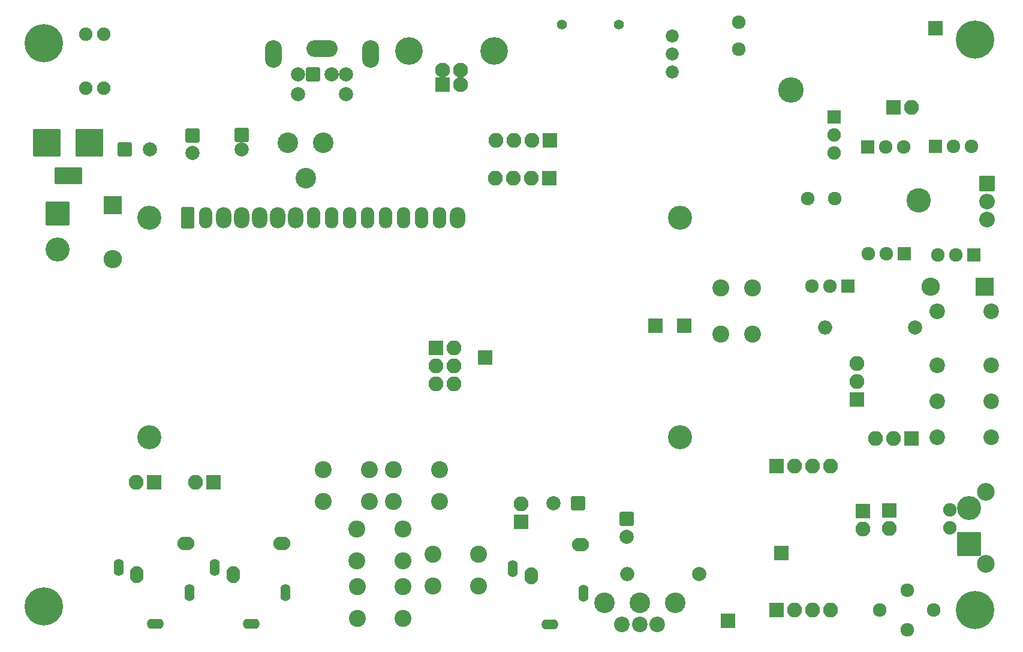
<source format=gbr>
%TF.GenerationSoftware,KiCad,Pcbnew,(6.0.11)*%
%TF.CreationDate,2023-06-15T21:51:14-05:00*%
%TF.ProjectId,LittleDX,4c697474-6c65-4445-982e-6b696361645f,rev?*%
%TF.SameCoordinates,Original*%
%TF.FileFunction,Soldermask,Bot*%
%TF.FilePolarity,Negative*%
%FSLAX46Y46*%
G04 Gerber Fmt 4.6, Leading zero omitted, Abs format (unit mm)*
G04 Created by KiCad (PCBNEW (6.0.11)) date 2023-06-15 21:51:14*
%MOMM*%
%LPD*%
G01*
G04 APERTURE LIST*
G04 Aperture macros list*
%AMRoundRect*
0 Rectangle with rounded corners*
0 $1 Rounding radius*
0 $2 $3 $4 $5 $6 $7 $8 $9 X,Y pos of 4 corners*
0 Add a 4 corners polygon primitive as box body*
4,1,4,$2,$3,$4,$5,$6,$7,$8,$9,$2,$3,0*
0 Add four circle primitives for the rounded corners*
1,1,$1+$1,$2,$3*
1,1,$1+$1,$4,$5*
1,1,$1+$1,$6,$7*
1,1,$1+$1,$8,$9*
0 Add four rect primitives between the rounded corners*
20,1,$1+$1,$2,$3,$4,$5,0*
20,1,$1+$1,$4,$5,$6,$7,0*
20,1,$1+$1,$6,$7,$8,$9,0*
20,1,$1+$1,$8,$9,$2,$3,0*%
G04 Aperture macros list end*
%ADD10RoundRect,0.200000X-0.800000X0.800000X-0.800000X-0.800000X0.800000X-0.800000X0.800000X0.800000X0*%
%ADD11C,2.000000*%
%ADD12RoundRect,0.200000X-1.100000X1.100000X-1.100000X-1.100000X1.100000X-1.100000X1.100000X1.100000X0*%
%ADD13O,2.600000X2.600000*%
%ADD14RoundRect,0.200000X-1.500000X1.500000X-1.500000X-1.500000X1.500000X-1.500000X1.500000X1.500000X0*%
%ADD15C,3.400000*%
%ADD16RoundRect,0.200000X-1.750000X-1.750000X1.750000X-1.750000X1.750000X1.750000X-1.750000X1.750000X0*%
%ADD17RoundRect,0.200000X-1.750000X-1.000000X1.750000X-1.000000X1.750000X1.000000X-1.750000X1.000000X0*%
%ADD18RoundRect,0.200000X-0.850000X-0.850000X0.850000X-0.850000X0.850000X0.850000X-0.850000X0.850000X0*%
%ADD19O,2.100000X2.100000*%
%ADD20RoundRect,0.200000X0.760000X-0.760000X0.760000X0.760000X-0.760000X0.760000X-0.760000X-0.760000X0*%
%ADD21C,1.920000*%
%ADD22C,2.400000*%
%ADD23RoundRect,0.200000X-0.760000X0.760000X-0.760000X-0.760000X0.760000X-0.760000X0.760000X0.760000X0*%
%ADD24C,2.900000*%
%ADD25RoundRect,0.200000X0.850000X0.850000X-0.850000X0.850000X-0.850000X-0.850000X0.850000X-0.850000X0*%
%ADD26C,2.500000*%
%ADD27C,1.900000*%
%ADD28RoundRect,0.200000X1.500000X-1.500000X1.500000X1.500000X-1.500000X1.500000X-1.500000X-1.500000X0*%
%ADD29C,2.200000*%
%ADD30RoundRect,0.200000X-0.750000X0.750000X-0.750000X-0.750000X0.750000X-0.750000X0.750000X0.750000X0*%
%ADD31RoundRect,0.200000X0.850000X-0.850000X0.850000X0.850000X-0.850000X0.850000X-0.850000X-0.850000X0*%
%ADD32C,1.924000*%
%ADD33RoundRect,0.200000X-0.850000X0.850000X-0.850000X-0.850000X0.850000X-0.850000X0.850000X0.850000X0*%
%ADD34RoundRect,0.200000X0.800000X0.800000X-0.800000X0.800000X-0.800000X-0.800000X0.800000X-0.800000X0*%
%ADD35O,2.400000X3.900000*%
%ADD36O,4.400000X2.400000*%
%ADD37C,3.448000*%
%ADD38C,1.840000*%
%ADD39C,5.400000*%
%ADD40RoundRect,0.200000X1.100000X1.100000X-1.100000X1.100000X-1.100000X-1.100000X1.100000X-1.100000X0*%
%ADD41O,2.000000X2.000000*%
%ADD42RoundRect,0.200000X-0.800000X-0.800000X0.800000X-0.800000X0.800000X0.800000X-0.800000X0.800000X0*%
%ADD43RoundRect,0.200000X-0.900000X0.900000X-0.900000X-0.900000X0.900000X-0.900000X0.900000X0.900000X0*%
%ADD44O,2.200000X2.200000*%
%ADD45O,2.400000X1.400000*%
%ADD46O,1.400000X2.400000*%
%ADD47O,1.900000X2.400000*%
%ADD48O,2.400000X1.900000*%
%ADD49RoundRect,0.200000X-0.750000X-1.300000X0.750000X-1.300000X0.750000X1.300000X-0.750000X1.300000X0*%
%ADD50O,1.900000X3.000000*%
%ADD51O,2.200000X3.000000*%
%ADD52C,3.600000*%
%ADD53C,2.100000*%
%ADD54C,3.900000*%
%ADD55C,1.400000*%
G04 APERTURE END LIST*
D10*
%TO.C,C6*%
X75000000Y-74000000D03*
D11*
X75000000Y-76500000D03*
%TD*%
D10*
%TO.C,C19*%
X136350000Y-128150000D03*
D11*
X136350000Y-130650000D03*
%TD*%
D10*
%TO.C,C22*%
X82000000Y-73968208D03*
D11*
X82000000Y-75968208D03*
%TD*%
D12*
%TO.C,D1*%
X63750000Y-83880000D03*
D13*
X63750000Y-91500000D03*
%TD*%
D14*
%TO.C,J1*%
X56000000Y-85000000D03*
D15*
X56000000Y-90080000D03*
%TD*%
D16*
%TO.C,J2*%
X60500000Y-75000000D03*
X54500000Y-75000000D03*
D17*
X57500000Y-79700000D03*
%TD*%
D18*
%TO.C,J5*%
X109400000Y-103975000D03*
D19*
X111940000Y-103975000D03*
X109400000Y-106515000D03*
X111940000Y-106515000D03*
X109400000Y-109055000D03*
X111940000Y-109055000D03*
%TD*%
D20*
%TO.C,Q3*%
X170350000Y-75630000D03*
D21*
X172890000Y-75630000D03*
X175430000Y-75630000D03*
%TD*%
D22*
%TO.C,SW1*%
X154142000Y-102056000D03*
X154142000Y-95556000D03*
X149642000Y-102056000D03*
X149642000Y-95556000D03*
%TD*%
%TO.C,SW2*%
X100024000Y-121194000D03*
X93524000Y-121194000D03*
X100024000Y-125694000D03*
X93524000Y-125694000D03*
%TD*%
%TO.C,SW3*%
X104775000Y-129525000D03*
X98275000Y-129525000D03*
X98275000Y-134025000D03*
X104775000Y-134025000D03*
%TD*%
%TO.C,SW4*%
X103430000Y-121158000D03*
X109930000Y-121158000D03*
X109930000Y-125658000D03*
X103430000Y-125658000D03*
%TD*%
%TO.C,SW5*%
X104798000Y-137704000D03*
X98298000Y-137704000D03*
X104798000Y-142204000D03*
X98298000Y-142204000D03*
%TD*%
D18*
%TO.C,J9*%
X116375000Y-105325000D03*
%TD*%
D23*
%TO.C,Q5*%
X185340000Y-90830000D03*
D21*
X182800000Y-90830000D03*
X180260000Y-90830000D03*
%TD*%
D23*
%TO.C,Q6*%
X175560000Y-90680000D03*
D21*
X173020000Y-90680000D03*
X170480000Y-90680000D03*
%TD*%
D20*
%TO.C,Q7*%
X179960000Y-75520000D03*
D21*
X182500000Y-75520000D03*
X185040000Y-75520000D03*
%TD*%
D24*
%TO.C,RV3*%
X93500000Y-75000000D03*
X91000000Y-80040000D03*
X88500000Y-75000000D03*
%TD*%
D25*
%TO.C,JP3*%
X168810000Y-111250000D03*
D19*
X168810000Y-108710000D03*
X168810000Y-106170000D03*
%TD*%
D18*
%TO.C,JP4*%
X169660000Y-126990000D03*
D19*
X169660000Y-129530000D03*
%TD*%
D26*
%TO.C,J12*%
X187025000Y-134505000D03*
X187025000Y-124345000D03*
D27*
X181945000Y-129425000D03*
D28*
X184673000Y-131711000D03*
D27*
X181945000Y-126885000D03*
D15*
X184673000Y-126631000D03*
%TD*%
D29*
%TO.C,RLY1*%
X187775000Y-98845000D03*
X187775000Y-106465000D03*
X187775000Y-111545000D03*
X187775000Y-116625000D03*
X180175000Y-98845000D03*
X180175000Y-106465000D03*
X180175000Y-111545000D03*
X180175000Y-116625000D03*
%TD*%
D30*
%TO.C,Q8*%
X165608000Y-71374000D03*
D27*
X165608000Y-73914000D03*
X165608000Y-76454000D03*
%TD*%
D31*
%TO.C,JP1*%
X174030000Y-70000000D03*
D19*
X176570000Y-70000000D03*
%TD*%
D18*
%TO.C,JP2*%
X173430000Y-126910000D03*
D19*
X173430000Y-129450000D03*
%TD*%
D32*
%TO.C,T3*%
X172085000Y-140970000D03*
X179705000Y-140970000D03*
X175958500Y-143764000D03*
X175958500Y-138176000D03*
%TD*%
D23*
%TO.C,Q9*%
X167575000Y-95250000D03*
D21*
X165035000Y-95250000D03*
X162495000Y-95250000D03*
%TD*%
D33*
%TO.C,JP7*%
X176560000Y-116780000D03*
D19*
X174020000Y-116780000D03*
X171480000Y-116780000D03*
%TD*%
D34*
%TO.C,P1*%
X92050000Y-65380000D03*
D11*
X94650000Y-65380000D03*
X89950000Y-65380000D03*
X96750000Y-65380000D03*
X89950000Y-68180000D03*
X96750000Y-68180000D03*
D35*
X86500000Y-62530000D03*
X100200000Y-62530000D03*
D36*
X93350000Y-61730000D03*
%TD*%
D37*
%TO.C,J13*%
X177600000Y-83200000D03*
%TD*%
D38*
%TO.C,RV4*%
X142790000Y-59940000D03*
X142790000Y-62480000D03*
X142790000Y-65020000D03*
%TD*%
D39*
%TO.C,J3*%
X54000000Y-61000000D03*
%TD*%
%TO.C,J4*%
X185500000Y-60500000D03*
%TD*%
%TO.C,J6*%
X185500000Y-141000000D03*
%TD*%
%TO.C,J7*%
X54000000Y-140500000D03*
%TD*%
D27*
%TO.C,T4*%
X60000000Y-67310000D03*
X60000000Y-59690000D03*
X62540000Y-67310000D03*
X62540000Y-59690000D03*
%TD*%
D40*
%TO.C,D6*%
X186880000Y-95330000D03*
D13*
X179260000Y-95330000D03*
%TD*%
D11*
%TO.C,R41*%
X177075000Y-101100000D03*
D41*
X164375000Y-101100000D03*
%TD*%
D11*
%TO.C,L10*%
X146550000Y-135900000D03*
D41*
X136390000Y-135900000D03*
%TD*%
D18*
%TO.C,J14*%
X158150000Y-132950000D03*
%TD*%
%TO.C,J15*%
X150622000Y-142494000D03*
%TD*%
%TO.C,J16*%
X179900000Y-58900000D03*
%TD*%
D42*
%TO.C,C3*%
X65500000Y-76000000D03*
D11*
X69000000Y-76000000D03*
%TD*%
D32*
%TO.C,L4*%
X152146000Y-58039000D03*
X152146000Y-61849000D03*
%TD*%
%TO.C,L6*%
X161895000Y-82875000D03*
X165705000Y-82875000D03*
%TD*%
D43*
%TO.C,Q15*%
X187210000Y-80770000D03*
D44*
X187210000Y-83310000D03*
X187210000Y-85850000D03*
%TD*%
D29*
%TO.C,RV1*%
X140675000Y-143000000D03*
D24*
X143175000Y-140000000D03*
D29*
X138175000Y-143000000D03*
D24*
X138175000Y-140000000D03*
D29*
X135675000Y-143000000D03*
D24*
X133175000Y-140000000D03*
%TD*%
D18*
%TO.C,J10*%
X140410000Y-100830000D03*
%TD*%
D22*
%TO.C,SW6*%
X108966000Y-133096000D03*
X115466000Y-133096000D03*
X115466000Y-137596000D03*
X108966000Y-137596000D03*
%TD*%
D34*
%TO.C,C53*%
X129475000Y-125900000D03*
D11*
X125975000Y-125900000D03*
%TD*%
D31*
%TO.C,J17*%
X157480000Y-120650000D03*
D19*
X160020000Y-120650000D03*
X162560000Y-120650000D03*
X165100000Y-120650000D03*
%TD*%
D31*
%TO.C,J18*%
X157480000Y-140970000D03*
D19*
X160020000Y-140970000D03*
X162560000Y-140970000D03*
X165100000Y-140970000D03*
%TD*%
D45*
%TO.C,J19*%
X69800000Y-142900000D03*
D46*
X64600000Y-135000000D03*
D47*
X67200000Y-136000000D03*
D46*
X74600000Y-138500000D03*
D48*
X74100000Y-131600000D03*
%TD*%
D15*
%TO.C,DS1*%
X68900900Y-85592500D03*
X68900900Y-116593200D03*
X143900000Y-85592500D03*
X143899480Y-116593200D03*
D49*
X74400000Y-85592500D03*
D50*
X76940000Y-85592500D03*
D51*
X79480000Y-85592500D03*
X82020000Y-85592500D03*
X84560000Y-85592500D03*
X87100000Y-85592500D03*
X89640000Y-85592500D03*
D50*
X92180000Y-85592500D03*
X94720000Y-85592500D03*
X97260000Y-85592500D03*
X99800000Y-85592500D03*
X102340000Y-85592500D03*
X104880000Y-85592500D03*
X107420000Y-85592500D03*
X109960000Y-85592500D03*
D51*
X112500000Y-85592500D03*
%TD*%
D18*
%TO.C,J24*%
X144470000Y-100850000D03*
%TD*%
D52*
%TO.C,J23*%
X159512000Y-67564000D03*
%TD*%
D25*
%TO.C,J22*%
X121425000Y-128555000D03*
D19*
X121425000Y-126015000D03*
%TD*%
D33*
%TO.C,JP9*%
X77978000Y-122936000D03*
D19*
X75438000Y-122936000D03*
%TD*%
D33*
%TO.C,J25*%
X125420000Y-80010000D03*
D19*
X122880000Y-80010000D03*
X120340000Y-80010000D03*
X117800000Y-80010000D03*
%TD*%
D45*
%TO.C,J8*%
X125476000Y-143046000D03*
D46*
X120276000Y-135146000D03*
D47*
X122876000Y-136146000D03*
D46*
X130276000Y-138646000D03*
D48*
X129776000Y-131746000D03*
%TD*%
D33*
%TO.C,J27*%
X125476000Y-74676000D03*
D19*
X122936000Y-74676000D03*
X120396000Y-74676000D03*
X117856000Y-74676000D03*
%TD*%
D31*
%TO.C,J26*%
X110370000Y-66802000D03*
D53*
X112870000Y-66802000D03*
X112870000Y-64802000D03*
X110370000Y-64802000D03*
D54*
X117640000Y-62092000D03*
X105600000Y-62092000D03*
%TD*%
D55*
%TO.C,U7*%
X135230000Y-58370000D03*
X127230000Y-58370000D03*
%TD*%
D33*
%TO.C,JP6*%
X69596000Y-122936000D03*
D19*
X67056000Y-122936000D03*
%TD*%
D45*
%TO.C,J11*%
X83375000Y-142900000D03*
D46*
X78175000Y-135000000D03*
D47*
X80775000Y-136000000D03*
D46*
X88175000Y-138500000D03*
D48*
X87675000Y-131600000D03*
%TD*%
M02*

</source>
